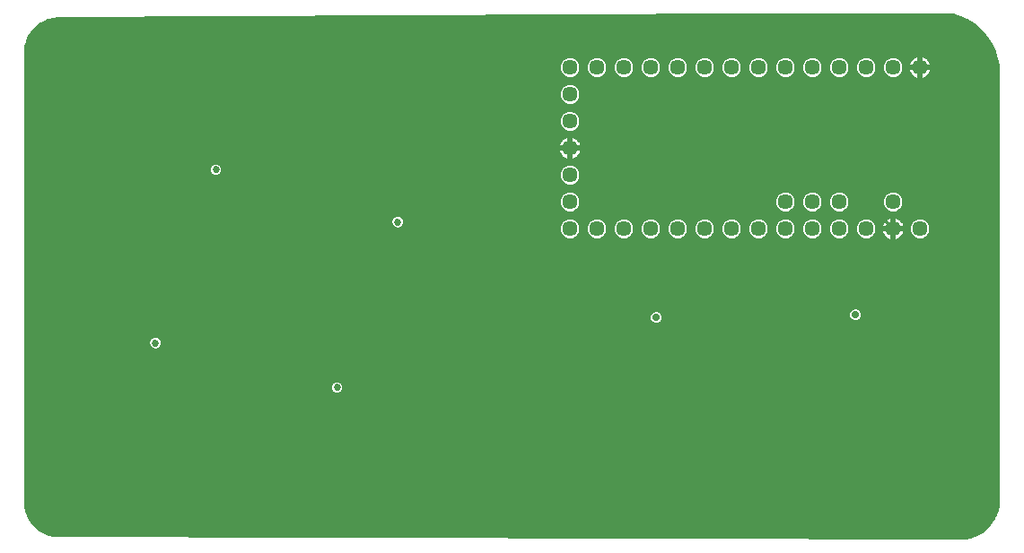
<source format=gbl>
G75*
%MOIN*%
%OFA0B0*%
%FSLAX24Y24*%
%IPPOS*%
%LPD*%
%AMOC8*
5,1,8,0,0,1.08239X$1,22.5*
%
%ADD10C,0.0570*%
%ADD11C,0.0270*%
%ADD12C,0.0280*%
%ADD13C,0.0130*%
D10*
X020630Y014167D03*
X021630Y014167D03*
X022630Y014167D03*
X023630Y014167D03*
X024630Y014167D03*
X025630Y014167D03*
X026630Y014167D03*
X027630Y014167D03*
X028630Y014167D03*
X029630Y014167D03*
X030630Y014167D03*
X031630Y014167D03*
X032630Y014167D03*
X033630Y014167D03*
X032630Y015167D03*
X030630Y015167D03*
X029630Y015167D03*
X028630Y015167D03*
X028630Y020167D03*
X027630Y020167D03*
X026630Y020167D03*
X025630Y020167D03*
X024630Y020167D03*
X023630Y020167D03*
X022630Y020167D03*
X021630Y020167D03*
X020630Y020167D03*
X020630Y019167D03*
X020630Y018167D03*
X020630Y017167D03*
X020630Y016167D03*
X020630Y015167D03*
X029630Y020167D03*
X030630Y020167D03*
X031630Y020167D03*
X032630Y020167D03*
X033630Y020167D03*
D11*
X014230Y014417D03*
X007480Y016367D03*
X005230Y009917D03*
X011980Y008267D03*
D12*
X023830Y010867D03*
X031230Y010967D03*
D13*
X001459Y002779D02*
X001292Y002815D01*
X001132Y002875D01*
X000981Y002957D01*
X000844Y003060D01*
X000723Y003181D01*
X000620Y003318D01*
X000538Y003468D01*
X000479Y003629D01*
X000442Y003796D01*
X000430Y003967D01*
X000430Y020767D01*
X000442Y020937D01*
X000479Y021105D01*
X000538Y021265D01*
X000620Y021415D01*
X000723Y021552D01*
X000844Y021674D01*
X000981Y021776D01*
X001132Y021858D01*
X001292Y021918D01*
X001459Y021954D01*
X001630Y021967D01*
X026973Y022122D01*
X034753Y022122D01*
X034856Y022103D01*
X035110Y022024D01*
X035352Y021915D01*
X035580Y021777D01*
X035789Y021613D01*
X035977Y021426D01*
X036141Y021216D01*
X036278Y020989D01*
X036387Y020747D01*
X036466Y020493D01*
X036514Y020232D01*
X036530Y019967D01*
X036530Y004067D01*
X036518Y003884D01*
X036482Y003704D01*
X036423Y003531D01*
X036342Y003367D01*
X036241Y003214D01*
X036120Y003077D01*
X035982Y002956D01*
X035830Y002854D01*
X035666Y002773D01*
X035492Y002714D01*
X035313Y002679D01*
X035130Y002667D01*
X001630Y002767D01*
X001459Y002779D01*
X001121Y002881D02*
X035870Y002881D01*
X036043Y003009D02*
X000912Y003009D01*
X000766Y003138D02*
X036173Y003138D01*
X036275Y003266D02*
X000659Y003266D01*
X000579Y003395D02*
X036356Y003395D01*
X036420Y003523D02*
X000518Y003523D01*
X000474Y003652D02*
X036464Y003652D01*
X036497Y003780D02*
X000446Y003780D01*
X000434Y003909D02*
X036520Y003909D01*
X036528Y004037D02*
X000430Y004037D01*
X000430Y004166D02*
X036530Y004166D01*
X036530Y004294D02*
X000430Y004294D01*
X000430Y004423D02*
X036530Y004423D01*
X036530Y004551D02*
X000430Y004551D01*
X000430Y004680D02*
X036530Y004680D01*
X036530Y004808D02*
X000430Y004808D01*
X000430Y004937D02*
X036530Y004937D01*
X036530Y005065D02*
X000430Y005065D01*
X000430Y005194D02*
X036530Y005194D01*
X036530Y005322D02*
X000430Y005322D01*
X000430Y005451D02*
X036530Y005451D01*
X036530Y005579D02*
X000430Y005579D01*
X000430Y005708D02*
X036530Y005708D01*
X036530Y005836D02*
X000430Y005836D01*
X000430Y005965D02*
X036530Y005965D01*
X036530Y006093D02*
X000430Y006093D01*
X000430Y006222D02*
X036530Y006222D01*
X036530Y006350D02*
X000430Y006350D01*
X000430Y006479D02*
X036530Y006479D01*
X036530Y006607D02*
X000430Y006607D01*
X000430Y006736D02*
X036530Y006736D01*
X036530Y006864D02*
X000430Y006864D01*
X000430Y006993D02*
X036530Y006993D01*
X036530Y007121D02*
X000430Y007121D01*
X000430Y007250D02*
X036530Y007250D01*
X036530Y007378D02*
X000430Y007378D01*
X000430Y007507D02*
X036530Y007507D01*
X036530Y007635D02*
X000430Y007635D01*
X000430Y007764D02*
X036530Y007764D01*
X036530Y007892D02*
X000430Y007892D01*
X000430Y008021D02*
X011894Y008021D01*
X011928Y008007D02*
X012032Y008007D01*
X012127Y008046D01*
X012200Y008119D01*
X012240Y008215D01*
X012240Y008318D01*
X012200Y008414D01*
X012127Y008487D01*
X012032Y008527D01*
X011928Y008527D01*
X011833Y008487D01*
X011760Y008414D01*
X011720Y008318D01*
X011720Y008215D01*
X011760Y008119D01*
X011833Y008046D01*
X011928Y008007D01*
X012066Y008021D02*
X036530Y008021D01*
X036530Y008149D02*
X012213Y008149D01*
X012240Y008278D02*
X036530Y008278D01*
X036530Y008406D02*
X012204Y008406D01*
X011756Y008406D02*
X000430Y008406D01*
X000430Y008278D02*
X011720Y008278D01*
X011747Y008149D02*
X000430Y008149D01*
X000430Y008535D02*
X036530Y008535D01*
X036530Y008663D02*
X000430Y008663D01*
X000430Y008792D02*
X036530Y008792D01*
X036530Y008920D02*
X000430Y008920D01*
X000430Y009049D02*
X036530Y009049D01*
X036530Y009177D02*
X000430Y009177D01*
X000430Y009306D02*
X036530Y009306D01*
X036530Y009434D02*
X000430Y009434D01*
X000430Y009563D02*
X036530Y009563D01*
X036530Y009691D02*
X005365Y009691D01*
X005377Y009696D02*
X005450Y009769D01*
X005490Y009865D01*
X005490Y009968D01*
X005450Y010064D01*
X005377Y010137D01*
X005282Y010177D01*
X005178Y010177D01*
X005083Y010137D01*
X005010Y010064D01*
X004970Y009968D01*
X004970Y009865D01*
X005010Y009769D01*
X005083Y009696D01*
X005178Y009657D01*
X005282Y009657D01*
X005377Y009696D01*
X005471Y009820D02*
X036530Y009820D01*
X036530Y009948D02*
X005490Y009948D01*
X005438Y010077D02*
X036530Y010077D01*
X036530Y010205D02*
X000430Y010205D01*
X000430Y010077D02*
X005022Y010077D01*
X004970Y009948D02*
X000430Y009948D01*
X000430Y009820D02*
X004989Y009820D01*
X005095Y009691D02*
X000430Y009691D01*
X000430Y010334D02*
X036530Y010334D01*
X036530Y010462D02*
X000430Y010462D01*
X000430Y010591D02*
X036530Y010591D01*
X036530Y010719D02*
X031325Y010719D01*
X031283Y010702D02*
X031380Y010742D01*
X031455Y010817D01*
X031495Y010914D01*
X031495Y011019D01*
X031455Y011117D01*
X031380Y011191D01*
X031283Y011232D01*
X031177Y011232D01*
X031080Y011191D01*
X031005Y011117D01*
X030965Y011019D01*
X030965Y010914D01*
X031005Y010817D01*
X031080Y010742D01*
X031177Y010702D01*
X031283Y010702D01*
X031135Y010719D02*
X024056Y010719D01*
X024055Y010717D02*
X024095Y010814D01*
X024095Y010919D01*
X024055Y011017D01*
X023980Y011091D01*
X023883Y011132D01*
X023777Y011132D01*
X023680Y011091D01*
X023605Y011017D01*
X023565Y010919D01*
X023565Y010814D01*
X023605Y010717D01*
X023680Y010642D01*
X023777Y010602D01*
X023883Y010602D01*
X023980Y010642D01*
X024055Y010717D01*
X024095Y010848D02*
X030992Y010848D01*
X030965Y010976D02*
X024071Y010976D01*
X023948Y011105D02*
X031000Y011105D01*
X031460Y011105D02*
X036530Y011105D01*
X036530Y011233D02*
X000430Y011233D01*
X000430Y011105D02*
X023712Y011105D01*
X023589Y010976D02*
X000430Y010976D01*
X000430Y010848D02*
X023565Y010848D01*
X023604Y010719D02*
X000430Y010719D01*
X000430Y011362D02*
X036530Y011362D01*
X036530Y011490D02*
X000430Y011490D01*
X000430Y011619D02*
X036530Y011619D01*
X036530Y011747D02*
X000430Y011747D01*
X000430Y011876D02*
X036530Y011876D01*
X036530Y012004D02*
X000430Y012004D01*
X000430Y012133D02*
X036530Y012133D01*
X036530Y012261D02*
X000430Y012261D01*
X000430Y012390D02*
X036530Y012390D01*
X036530Y012518D02*
X000430Y012518D01*
X000430Y012647D02*
X036530Y012647D01*
X036530Y012775D02*
X000430Y012775D01*
X000430Y012904D02*
X036530Y012904D01*
X036530Y013032D02*
X000430Y013032D01*
X000430Y013161D02*
X036530Y013161D01*
X036530Y013289D02*
X000430Y013289D01*
X000430Y013418D02*
X036530Y013418D01*
X036530Y013546D02*
X000430Y013546D01*
X000430Y013675D02*
X036530Y013675D01*
X036530Y013803D02*
X033824Y013803D01*
X033862Y013819D02*
X033978Y013934D01*
X034040Y014085D01*
X034040Y014248D01*
X033978Y014399D01*
X033862Y014514D01*
X033712Y014577D01*
X033548Y014577D01*
X033398Y014514D01*
X033282Y014399D01*
X033220Y014248D01*
X033220Y014085D01*
X033282Y013934D01*
X033398Y013819D01*
X033548Y013757D01*
X033712Y013757D01*
X033862Y013819D01*
X033975Y013932D02*
X036530Y013932D01*
X036530Y014060D02*
X034030Y014060D01*
X034040Y014189D02*
X036530Y014189D01*
X036530Y014317D02*
X034011Y014317D01*
X033931Y014446D02*
X036530Y014446D01*
X036530Y014574D02*
X033718Y014574D01*
X033542Y014574D02*
X032821Y014574D01*
X032803Y014584D02*
X032735Y014606D01*
X032665Y014617D01*
X032660Y014617D01*
X032660Y014197D01*
X032600Y014197D01*
X032600Y014617D01*
X032595Y014617D01*
X032525Y014606D01*
X032457Y014584D01*
X032394Y014552D01*
X032337Y014510D01*
X032287Y014460D01*
X032245Y014403D01*
X032213Y014339D01*
X032191Y014272D01*
X032180Y014202D01*
X032180Y014197D01*
X032600Y014197D01*
X032600Y014137D01*
X032180Y014137D01*
X032180Y014131D01*
X032191Y014061D01*
X032213Y013994D01*
X032245Y013931D01*
X032287Y013874D01*
X032337Y013823D01*
X032394Y013782D01*
X032457Y013750D01*
X032525Y013728D01*
X032595Y013717D01*
X032600Y013717D01*
X032600Y014137D01*
X032660Y014137D01*
X032660Y014197D01*
X033080Y014197D01*
X033080Y014202D01*
X033069Y014272D01*
X033047Y014339D01*
X033015Y014403D01*
X032973Y014460D01*
X032923Y014510D01*
X032866Y014552D01*
X032803Y014584D01*
X032660Y014574D02*
X032600Y014574D01*
X032600Y014446D02*
X032660Y014446D01*
X032660Y014317D02*
X032600Y014317D01*
X032600Y014189D02*
X032040Y014189D01*
X032040Y014248D02*
X031978Y014399D01*
X031862Y014514D01*
X031712Y014577D01*
X031548Y014577D01*
X031398Y014514D01*
X031282Y014399D01*
X031220Y014248D01*
X031220Y014085D01*
X031282Y013934D01*
X031398Y013819D01*
X031548Y013757D01*
X031712Y013757D01*
X031862Y013819D01*
X031978Y013934D01*
X032040Y014085D01*
X032040Y014248D01*
X032011Y014317D02*
X032206Y014317D01*
X032276Y014446D02*
X031931Y014446D01*
X031718Y014574D02*
X032439Y014574D01*
X032548Y014757D02*
X032398Y014819D01*
X032282Y014934D01*
X032220Y015085D01*
X032220Y015248D01*
X032282Y015399D01*
X032398Y015514D01*
X032548Y015577D01*
X032712Y015577D01*
X032862Y015514D01*
X032978Y015399D01*
X033040Y015248D01*
X033040Y015085D01*
X032978Y014934D01*
X032862Y014819D01*
X032712Y014757D01*
X032548Y014757D01*
X032386Y014831D02*
X030874Y014831D01*
X030862Y014819D02*
X030978Y014934D01*
X031040Y015085D01*
X031040Y015248D01*
X030978Y015399D01*
X030862Y015514D01*
X030712Y015577D01*
X030548Y015577D01*
X030398Y015514D01*
X030282Y015399D01*
X030220Y015248D01*
X030220Y015085D01*
X030282Y014934D01*
X030398Y014819D01*
X030548Y014757D01*
X030712Y014757D01*
X030862Y014819D01*
X030988Y014960D02*
X032272Y014960D01*
X032220Y015088D02*
X031040Y015088D01*
X031040Y015217D02*
X032220Y015217D01*
X032260Y015345D02*
X031000Y015345D01*
X030903Y015474D02*
X032357Y015474D01*
X032903Y015474D02*
X036530Y015474D01*
X036530Y015602D02*
X000430Y015602D01*
X000430Y015474D02*
X020357Y015474D01*
X020398Y015514D02*
X020282Y015399D01*
X020220Y015248D01*
X020220Y015085D01*
X020282Y014934D01*
X020398Y014819D01*
X020548Y014757D01*
X020712Y014757D01*
X020862Y014819D01*
X020978Y014934D01*
X021040Y015085D01*
X021040Y015248D01*
X020978Y015399D01*
X020862Y015514D01*
X020712Y015577D01*
X020548Y015577D01*
X020398Y015514D01*
X020260Y015345D02*
X000430Y015345D01*
X000430Y015217D02*
X020220Y015217D01*
X020220Y015088D02*
X000430Y015088D01*
X000430Y014960D02*
X020272Y014960D01*
X020386Y014831D02*
X000430Y014831D01*
X000430Y014703D02*
X036530Y014703D01*
X036530Y014831D02*
X032874Y014831D01*
X032988Y014960D02*
X036530Y014960D01*
X036530Y015088D02*
X033040Y015088D01*
X033040Y015217D02*
X036530Y015217D01*
X036530Y015345D02*
X033000Y015345D01*
X032984Y014446D02*
X033329Y014446D01*
X033249Y014317D02*
X033054Y014317D01*
X033080Y014137D02*
X032660Y014137D01*
X032660Y013717D01*
X032665Y013717D01*
X032735Y013728D01*
X032803Y013750D01*
X032866Y013782D01*
X032923Y013823D01*
X032973Y013874D01*
X033015Y013931D01*
X033047Y013994D01*
X033069Y014061D01*
X033080Y014131D01*
X033080Y014137D01*
X033069Y014060D02*
X033230Y014060D01*
X033220Y014189D02*
X032660Y014189D01*
X032630Y014167D02*
X030830Y015967D01*
X033630Y018767D01*
X033630Y020167D01*
X033660Y020197D02*
X033600Y020197D01*
X033600Y020617D01*
X033595Y020617D01*
X033525Y020606D01*
X033457Y020584D01*
X033394Y020552D01*
X033337Y020510D01*
X033287Y020460D01*
X033245Y020403D01*
X033213Y020339D01*
X033191Y020272D01*
X033180Y020202D01*
X033180Y020197D01*
X033600Y020197D01*
X033600Y020137D01*
X033180Y020137D01*
X033180Y020131D01*
X033191Y020061D01*
X033213Y019994D01*
X033245Y019931D01*
X033287Y019874D01*
X033337Y019823D01*
X033394Y019782D01*
X033457Y019750D01*
X033525Y019728D01*
X033595Y019717D01*
X033600Y019717D01*
X033600Y020137D01*
X033660Y020137D01*
X033660Y020197D01*
X033660Y020617D01*
X033665Y020617D01*
X033735Y020606D01*
X033803Y020584D01*
X033866Y020552D01*
X033923Y020510D01*
X033973Y020460D01*
X034015Y020403D01*
X034047Y020339D01*
X034069Y020272D01*
X034080Y020202D01*
X034080Y020197D01*
X033660Y020197D01*
X033660Y020228D02*
X033600Y020228D01*
X033660Y020137D02*
X034080Y020137D01*
X034080Y020131D01*
X034069Y020061D01*
X034047Y019994D01*
X034015Y019931D01*
X033973Y019874D01*
X033923Y019823D01*
X033866Y019782D01*
X033803Y019750D01*
X033735Y019728D01*
X033665Y019717D01*
X033660Y019717D01*
X033660Y020137D01*
X033660Y020100D02*
X033600Y020100D01*
X033600Y019971D02*
X033660Y019971D01*
X033660Y019843D02*
X033600Y019843D01*
X033318Y019843D02*
X032886Y019843D01*
X032862Y019819D02*
X032978Y019934D01*
X033040Y020085D01*
X033040Y020248D01*
X032978Y020399D01*
X032862Y020514D01*
X032712Y020577D01*
X032548Y020577D01*
X032398Y020514D01*
X032282Y020399D01*
X032220Y020248D01*
X032220Y020085D01*
X032282Y019934D01*
X032398Y019819D01*
X032548Y019757D01*
X032712Y019757D01*
X032862Y019819D01*
X032993Y019971D02*
X033225Y019971D01*
X033185Y020100D02*
X033040Y020100D01*
X033040Y020228D02*
X033184Y020228D01*
X033222Y020357D02*
X032995Y020357D01*
X032891Y020485D02*
X033312Y020485D01*
X033600Y020485D02*
X033660Y020485D01*
X033660Y020357D02*
X033600Y020357D01*
X033600Y020614D02*
X033660Y020614D01*
X033684Y020614D02*
X036429Y020614D01*
X036468Y020485D02*
X033948Y020485D01*
X034038Y020357D02*
X036491Y020357D01*
X036514Y020228D02*
X034076Y020228D01*
X034075Y020100D02*
X036522Y020100D01*
X036530Y019971D02*
X034035Y019971D01*
X033942Y019843D02*
X036530Y019843D01*
X036530Y019714D02*
X000430Y019714D01*
X000430Y019586D02*
X036530Y019586D01*
X036530Y019457D02*
X020919Y019457D01*
X020862Y019514D02*
X020978Y019399D01*
X021040Y019248D01*
X021040Y019085D01*
X020978Y018934D01*
X020862Y018819D01*
X020712Y018757D01*
X020548Y018757D01*
X020398Y018819D01*
X020282Y018934D01*
X020220Y019085D01*
X020220Y019248D01*
X020282Y019399D01*
X020398Y019514D01*
X020548Y019577D01*
X020712Y019577D01*
X020862Y019514D01*
X021007Y019329D02*
X036530Y019329D01*
X036530Y019200D02*
X021040Y019200D01*
X021034Y019072D02*
X036530Y019072D01*
X036530Y018943D02*
X020981Y018943D01*
X020852Y018815D02*
X036530Y018815D01*
X036530Y018686D02*
X000430Y018686D01*
X000430Y018558D02*
X020503Y018558D01*
X020548Y018577D02*
X020398Y018514D01*
X020282Y018399D01*
X020220Y018248D01*
X020220Y018085D01*
X020282Y017934D01*
X020398Y017819D01*
X020548Y017757D01*
X020712Y017757D01*
X020862Y017819D01*
X020978Y017934D01*
X021040Y018085D01*
X021040Y018248D01*
X020978Y018399D01*
X020862Y018514D01*
X020712Y018577D01*
X020548Y018577D01*
X020757Y018558D02*
X036530Y018558D01*
X036530Y018429D02*
X020947Y018429D01*
X021018Y018301D02*
X036530Y018301D01*
X036530Y018172D02*
X021040Y018172D01*
X021023Y018044D02*
X036530Y018044D01*
X036530Y017915D02*
X020958Y017915D01*
X020784Y017787D02*
X036530Y017787D01*
X036530Y017658D02*
X000430Y017658D01*
X000430Y017530D02*
X020364Y017530D01*
X020337Y017510D02*
X020287Y017460D01*
X020245Y017403D01*
X020213Y017339D01*
X020191Y017272D01*
X020180Y017202D01*
X020180Y017197D01*
X020600Y017197D01*
X020600Y017617D01*
X020595Y017617D01*
X020525Y017606D01*
X020457Y017584D01*
X020394Y017552D01*
X020337Y017510D01*
X020244Y017401D02*
X000430Y017401D01*
X000430Y017273D02*
X020191Y017273D01*
X020180Y017137D02*
X020180Y017131D01*
X020191Y017061D01*
X020213Y016994D01*
X020245Y016931D01*
X020287Y016874D01*
X020337Y016823D01*
X020394Y016782D01*
X020457Y016750D01*
X020525Y016728D01*
X020595Y016717D01*
X020600Y016717D01*
X020600Y017137D01*
X020180Y017137D01*
X020206Y017016D02*
X000430Y017016D01*
X000430Y017144D02*
X020600Y017144D01*
X020600Y017137D02*
X020600Y017197D01*
X020660Y017197D01*
X020660Y017617D01*
X020665Y017617D01*
X020735Y017606D01*
X020803Y017584D01*
X020866Y017552D01*
X020923Y017510D01*
X020973Y017460D01*
X021015Y017403D01*
X021047Y017339D01*
X021069Y017272D01*
X021080Y017202D01*
X021080Y017197D01*
X020660Y017197D01*
X020660Y017137D01*
X021080Y017137D01*
X021080Y017131D01*
X021069Y017061D01*
X021047Y016994D01*
X021015Y016931D01*
X020973Y016874D01*
X020923Y016823D01*
X020866Y016782D01*
X020803Y016750D01*
X020735Y016728D01*
X020665Y016717D01*
X020660Y016717D01*
X020660Y017137D01*
X020600Y017137D01*
X020630Y017167D02*
X029630Y017167D01*
X030830Y015967D01*
X030357Y015474D02*
X029903Y015474D01*
X029862Y015514D02*
X029712Y015577D01*
X029548Y015577D01*
X029398Y015514D01*
X029282Y015399D01*
X029220Y015248D01*
X029220Y015085D01*
X029282Y014934D01*
X029398Y014819D01*
X029548Y014757D01*
X029712Y014757D01*
X029862Y014819D01*
X029978Y014934D01*
X030040Y015085D01*
X030040Y015248D01*
X029978Y015399D01*
X029862Y015514D01*
X030000Y015345D02*
X030260Y015345D01*
X030220Y015217D02*
X030040Y015217D01*
X030040Y015088D02*
X030220Y015088D01*
X030272Y014960D02*
X029988Y014960D01*
X029874Y014831D02*
X030386Y014831D01*
X030542Y014574D02*
X029718Y014574D01*
X029712Y014577D02*
X029548Y014577D01*
X029398Y014514D01*
X029282Y014399D01*
X029220Y014248D01*
X029220Y014085D01*
X029282Y013934D01*
X029398Y013819D01*
X029548Y013757D01*
X029712Y013757D01*
X029862Y013819D01*
X029978Y013934D01*
X030040Y014085D01*
X030040Y014248D01*
X029978Y014399D01*
X029862Y014514D01*
X029712Y014577D01*
X029542Y014574D02*
X028718Y014574D01*
X028712Y014577D02*
X028548Y014577D01*
X028398Y014514D01*
X028282Y014399D01*
X028220Y014248D01*
X028220Y014085D01*
X028282Y013934D01*
X028398Y013819D01*
X028548Y013757D01*
X028712Y013757D01*
X028862Y013819D01*
X028978Y013934D01*
X029040Y014085D01*
X029040Y014248D01*
X028978Y014399D01*
X028862Y014514D01*
X028712Y014577D01*
X028542Y014574D02*
X027718Y014574D01*
X027712Y014577D02*
X027548Y014577D01*
X027398Y014514D01*
X027282Y014399D01*
X027220Y014248D01*
X027220Y014085D01*
X027282Y013934D01*
X027398Y013819D01*
X027548Y013757D01*
X027712Y013757D01*
X027862Y013819D01*
X027978Y013934D01*
X028040Y014085D01*
X028040Y014248D01*
X027978Y014399D01*
X027862Y014514D01*
X027712Y014577D01*
X027542Y014574D02*
X026718Y014574D01*
X026712Y014577D02*
X026548Y014577D01*
X026398Y014514D01*
X026282Y014399D01*
X026220Y014248D01*
X026220Y014085D01*
X026282Y013934D01*
X026398Y013819D01*
X026548Y013757D01*
X026712Y013757D01*
X026862Y013819D01*
X026978Y013934D01*
X027040Y014085D01*
X027040Y014248D01*
X026978Y014399D01*
X026862Y014514D01*
X026712Y014577D01*
X026542Y014574D02*
X025718Y014574D01*
X025712Y014577D02*
X025548Y014577D01*
X025398Y014514D01*
X025282Y014399D01*
X025220Y014248D01*
X025220Y014085D01*
X025282Y013934D01*
X025398Y013819D01*
X025548Y013757D01*
X025712Y013757D01*
X025862Y013819D01*
X025978Y013934D01*
X026040Y014085D01*
X026040Y014248D01*
X025978Y014399D01*
X025862Y014514D01*
X025712Y014577D01*
X025542Y014574D02*
X024718Y014574D01*
X024712Y014577D02*
X024548Y014577D01*
X024398Y014514D01*
X024282Y014399D01*
X024220Y014248D01*
X024220Y014085D01*
X024282Y013934D01*
X024398Y013819D01*
X024548Y013757D01*
X024712Y013757D01*
X024862Y013819D01*
X024978Y013934D01*
X025040Y014085D01*
X025040Y014248D01*
X024978Y014399D01*
X024862Y014514D01*
X024712Y014577D01*
X024542Y014574D02*
X023718Y014574D01*
X023712Y014577D02*
X023548Y014577D01*
X023398Y014514D01*
X023282Y014399D01*
X023220Y014248D01*
X023220Y014085D01*
X023282Y013934D01*
X023398Y013819D01*
X023548Y013757D01*
X023712Y013757D01*
X023862Y013819D01*
X023978Y013934D01*
X024040Y014085D01*
X024040Y014248D01*
X023978Y014399D01*
X023862Y014514D01*
X023712Y014577D01*
X023542Y014574D02*
X022718Y014574D01*
X022712Y014577D02*
X022548Y014577D01*
X022398Y014514D01*
X022282Y014399D01*
X022220Y014248D01*
X022220Y014085D01*
X022282Y013934D01*
X022398Y013819D01*
X022548Y013757D01*
X022712Y013757D01*
X022862Y013819D01*
X022978Y013934D01*
X023040Y014085D01*
X023040Y014248D01*
X022978Y014399D01*
X022862Y014514D01*
X022712Y014577D01*
X022542Y014574D02*
X021718Y014574D01*
X021712Y014577D02*
X021548Y014577D01*
X021398Y014514D01*
X021282Y014399D01*
X021220Y014248D01*
X021220Y014085D01*
X021282Y013934D01*
X021398Y013819D01*
X021548Y013757D01*
X021712Y013757D01*
X021862Y013819D01*
X021978Y013934D01*
X022040Y014085D01*
X022040Y014248D01*
X021978Y014399D01*
X021862Y014514D01*
X021712Y014577D01*
X021542Y014574D02*
X020718Y014574D01*
X020712Y014577D02*
X020548Y014577D01*
X020398Y014514D01*
X020282Y014399D01*
X020220Y014248D01*
X020220Y014085D01*
X020282Y013934D01*
X020398Y013819D01*
X020548Y013757D01*
X020712Y013757D01*
X020862Y013819D01*
X020978Y013934D01*
X021040Y014085D01*
X021040Y014248D01*
X020978Y014399D01*
X020862Y014514D01*
X020712Y014577D01*
X020542Y014574D02*
X014440Y014574D01*
X014450Y014564D02*
X014377Y014637D01*
X014282Y014677D01*
X014178Y014677D01*
X014083Y014637D01*
X014010Y014564D01*
X013970Y014468D01*
X013970Y014365D01*
X014010Y014269D01*
X014083Y014196D01*
X014178Y014157D01*
X014282Y014157D01*
X014377Y014196D01*
X014450Y014269D01*
X014490Y014365D01*
X014490Y014468D01*
X014450Y014564D01*
X014490Y014446D02*
X020329Y014446D01*
X020249Y014317D02*
X014470Y014317D01*
X014359Y014189D02*
X020220Y014189D01*
X020230Y014060D02*
X000430Y014060D01*
X000430Y013932D02*
X020285Y013932D01*
X020436Y013803D02*
X000430Y013803D01*
X000430Y014189D02*
X014101Y014189D01*
X013990Y014317D02*
X000430Y014317D01*
X000430Y014446D02*
X013970Y014446D01*
X014020Y014574D02*
X000430Y014574D01*
X000430Y015731D02*
X036530Y015731D01*
X036530Y015859D02*
X020902Y015859D01*
X020862Y015819D02*
X020978Y015934D01*
X021040Y016085D01*
X021040Y016248D01*
X020978Y016399D01*
X020862Y016514D01*
X020712Y016577D01*
X020548Y016577D01*
X020398Y016514D01*
X020282Y016399D01*
X020220Y016248D01*
X020220Y016085D01*
X020282Y015934D01*
X020398Y015819D01*
X020548Y015757D01*
X020712Y015757D01*
X020862Y015819D01*
X021000Y015988D02*
X036530Y015988D01*
X036530Y016116D02*
X021040Y016116D01*
X021040Y016245D02*
X036530Y016245D01*
X036530Y016373D02*
X020988Y016373D01*
X020875Y016502D02*
X036530Y016502D01*
X036530Y016630D02*
X000430Y016630D01*
X000430Y016502D02*
X007255Y016502D01*
X007260Y016514D02*
X007220Y016418D01*
X007220Y016315D01*
X007260Y016219D01*
X007333Y016146D01*
X007428Y016107D01*
X007532Y016107D01*
X007627Y016146D01*
X007700Y016219D01*
X007740Y016315D01*
X007740Y016418D01*
X007700Y016514D01*
X007627Y016587D01*
X007532Y016627D01*
X007428Y016627D01*
X007333Y016587D01*
X007260Y016514D01*
X007220Y016373D02*
X000430Y016373D01*
X000430Y016245D02*
X007249Y016245D01*
X007405Y016116D02*
X000430Y016116D01*
X000430Y015988D02*
X020260Y015988D01*
X020220Y016116D02*
X007555Y016116D01*
X007711Y016245D02*
X020220Y016245D01*
X020272Y016373D02*
X007740Y016373D01*
X007705Y016502D02*
X020385Y016502D01*
X020439Y016759D02*
X000430Y016759D01*
X000430Y016887D02*
X020277Y016887D01*
X020600Y016887D02*
X020660Y016887D01*
X020660Y016759D02*
X020600Y016759D01*
X020821Y016759D02*
X036530Y016759D01*
X036530Y016887D02*
X020983Y016887D01*
X021054Y017016D02*
X036530Y017016D01*
X036530Y017144D02*
X020660Y017144D01*
X020660Y017016D02*
X020600Y017016D01*
X020600Y017273D02*
X020660Y017273D01*
X020660Y017401D02*
X020600Y017401D01*
X020600Y017530D02*
X020660Y017530D01*
X020896Y017530D02*
X036530Y017530D01*
X036530Y017401D02*
X021016Y017401D01*
X021069Y017273D02*
X036530Y017273D01*
X032374Y019843D02*
X031886Y019843D01*
X031862Y019819D02*
X031978Y019934D01*
X032040Y020085D01*
X032040Y020248D01*
X031978Y020399D01*
X031862Y020514D01*
X031712Y020577D01*
X031548Y020577D01*
X031398Y020514D01*
X031282Y020399D01*
X031220Y020248D01*
X031220Y020085D01*
X031282Y019934D01*
X031398Y019819D01*
X031548Y019757D01*
X031712Y019757D01*
X031862Y019819D01*
X031993Y019971D02*
X032267Y019971D01*
X032220Y020100D02*
X032040Y020100D01*
X032040Y020228D02*
X032220Y020228D01*
X032265Y020357D02*
X031995Y020357D01*
X031891Y020485D02*
X032369Y020485D01*
X031369Y020485D02*
X030891Y020485D01*
X030862Y020514D02*
X030712Y020577D01*
X030548Y020577D01*
X030398Y020514D01*
X030282Y020399D01*
X030220Y020248D01*
X030220Y020085D01*
X030282Y019934D01*
X030398Y019819D01*
X030548Y019757D01*
X030712Y019757D01*
X030862Y019819D01*
X030978Y019934D01*
X031040Y020085D01*
X031040Y020248D01*
X030978Y020399D01*
X030862Y020514D01*
X030995Y020357D02*
X031265Y020357D01*
X031220Y020228D02*
X031040Y020228D01*
X031040Y020100D02*
X031220Y020100D01*
X031267Y019971D02*
X030993Y019971D01*
X030886Y019843D02*
X031374Y019843D01*
X030374Y019843D02*
X029886Y019843D01*
X029862Y019819D02*
X029978Y019934D01*
X030040Y020085D01*
X030040Y020248D01*
X029978Y020399D01*
X029862Y020514D01*
X029712Y020577D01*
X029548Y020577D01*
X029398Y020514D01*
X029282Y020399D01*
X029220Y020248D01*
X029220Y020085D01*
X029282Y019934D01*
X029398Y019819D01*
X029548Y019757D01*
X029712Y019757D01*
X029862Y019819D01*
X029993Y019971D02*
X030267Y019971D01*
X030220Y020100D02*
X030040Y020100D01*
X030040Y020228D02*
X030220Y020228D01*
X030265Y020357D02*
X029995Y020357D01*
X029891Y020485D02*
X030369Y020485D01*
X029369Y020485D02*
X028891Y020485D01*
X028862Y020514D02*
X028712Y020577D01*
X028548Y020577D01*
X028398Y020514D01*
X028282Y020399D01*
X028220Y020248D01*
X028220Y020085D01*
X028282Y019934D01*
X028398Y019819D01*
X028548Y019757D01*
X028712Y019757D01*
X028862Y019819D01*
X028978Y019934D01*
X029040Y020085D01*
X029040Y020248D01*
X028978Y020399D01*
X028862Y020514D01*
X028995Y020357D02*
X029265Y020357D01*
X029220Y020228D02*
X029040Y020228D01*
X029040Y020100D02*
X029220Y020100D01*
X029267Y019971D02*
X028993Y019971D01*
X028886Y019843D02*
X029374Y019843D01*
X028374Y019843D02*
X027886Y019843D01*
X027862Y019819D02*
X027978Y019934D01*
X028040Y020085D01*
X028040Y020248D01*
X027978Y020399D01*
X027862Y020514D01*
X027712Y020577D01*
X027548Y020577D01*
X027398Y020514D01*
X027282Y020399D01*
X027220Y020248D01*
X027220Y020085D01*
X027282Y019934D01*
X027398Y019819D01*
X027548Y019757D01*
X027712Y019757D01*
X027862Y019819D01*
X027993Y019971D02*
X028267Y019971D01*
X028220Y020100D02*
X028040Y020100D01*
X028040Y020228D02*
X028220Y020228D01*
X028265Y020357D02*
X027995Y020357D01*
X027891Y020485D02*
X028369Y020485D01*
X027369Y020485D02*
X026891Y020485D01*
X026862Y020514D02*
X026712Y020577D01*
X026548Y020577D01*
X026398Y020514D01*
X026282Y020399D01*
X026220Y020248D01*
X026220Y020085D01*
X026282Y019934D01*
X026398Y019819D01*
X026548Y019757D01*
X026712Y019757D01*
X026862Y019819D01*
X026978Y019934D01*
X027040Y020085D01*
X027040Y020248D01*
X026978Y020399D01*
X026862Y020514D01*
X026995Y020357D02*
X027265Y020357D01*
X027220Y020228D02*
X027040Y020228D01*
X027040Y020100D02*
X027220Y020100D01*
X027267Y019971D02*
X026993Y019971D01*
X026886Y019843D02*
X027374Y019843D01*
X026374Y019843D02*
X025886Y019843D01*
X025862Y019819D02*
X025978Y019934D01*
X026040Y020085D01*
X026040Y020248D01*
X025978Y020399D01*
X025862Y020514D01*
X025712Y020577D01*
X025548Y020577D01*
X025398Y020514D01*
X025282Y020399D01*
X025220Y020248D01*
X025220Y020085D01*
X025282Y019934D01*
X025398Y019819D01*
X025548Y019757D01*
X025712Y019757D01*
X025862Y019819D01*
X025993Y019971D02*
X026267Y019971D01*
X026220Y020100D02*
X026040Y020100D01*
X026040Y020228D02*
X026220Y020228D01*
X026265Y020357D02*
X025995Y020357D01*
X025891Y020485D02*
X026369Y020485D01*
X025369Y020485D02*
X024891Y020485D01*
X024862Y020514D02*
X024712Y020577D01*
X024548Y020577D01*
X024398Y020514D01*
X024282Y020399D01*
X024220Y020248D01*
X024220Y020085D01*
X024282Y019934D01*
X024398Y019819D01*
X024548Y019757D01*
X024712Y019757D01*
X024862Y019819D01*
X024978Y019934D01*
X025040Y020085D01*
X025040Y020248D01*
X024978Y020399D01*
X024862Y020514D01*
X024995Y020357D02*
X025265Y020357D01*
X025220Y020228D02*
X025040Y020228D01*
X025040Y020100D02*
X025220Y020100D01*
X025267Y019971D02*
X024993Y019971D01*
X024886Y019843D02*
X025374Y019843D01*
X024374Y019843D02*
X023886Y019843D01*
X023862Y019819D02*
X023978Y019934D01*
X024040Y020085D01*
X024040Y020248D01*
X023978Y020399D01*
X023862Y020514D01*
X023712Y020577D01*
X023548Y020577D01*
X023398Y020514D01*
X023282Y020399D01*
X023220Y020248D01*
X023220Y020085D01*
X023282Y019934D01*
X023398Y019819D01*
X023548Y019757D01*
X023712Y019757D01*
X023862Y019819D01*
X023993Y019971D02*
X024267Y019971D01*
X024220Y020100D02*
X024040Y020100D01*
X024040Y020228D02*
X024220Y020228D01*
X024265Y020357D02*
X023995Y020357D01*
X023891Y020485D02*
X024369Y020485D01*
X023369Y020485D02*
X022891Y020485D01*
X022862Y020514D02*
X022712Y020577D01*
X022548Y020577D01*
X022398Y020514D01*
X022282Y020399D01*
X022220Y020248D01*
X022220Y020085D01*
X022282Y019934D01*
X022398Y019819D01*
X022548Y019757D01*
X022712Y019757D01*
X022862Y019819D01*
X022978Y019934D01*
X023040Y020085D01*
X023040Y020248D01*
X022978Y020399D01*
X022862Y020514D01*
X022995Y020357D02*
X023265Y020357D01*
X023220Y020228D02*
X023040Y020228D01*
X023040Y020100D02*
X023220Y020100D01*
X023267Y019971D02*
X022993Y019971D01*
X022886Y019843D02*
X023374Y019843D01*
X022374Y019843D02*
X021886Y019843D01*
X021862Y019819D02*
X021978Y019934D01*
X022040Y020085D01*
X022040Y020248D01*
X021978Y020399D01*
X021862Y020514D01*
X021712Y020577D01*
X021548Y020577D01*
X021398Y020514D01*
X021282Y020399D01*
X021220Y020248D01*
X021220Y020085D01*
X021282Y019934D01*
X021398Y019819D01*
X021548Y019757D01*
X021712Y019757D01*
X021862Y019819D01*
X021993Y019971D02*
X022267Y019971D01*
X022220Y020100D02*
X022040Y020100D01*
X022040Y020228D02*
X022220Y020228D01*
X022265Y020357D02*
X021995Y020357D01*
X021891Y020485D02*
X022369Y020485D01*
X021369Y020485D02*
X020891Y020485D01*
X020862Y020514D02*
X020712Y020577D01*
X020548Y020577D01*
X020398Y020514D01*
X020282Y020399D01*
X020220Y020248D01*
X020220Y020085D01*
X020282Y019934D01*
X020398Y019819D01*
X020548Y019757D01*
X020712Y019757D01*
X020862Y019819D01*
X020978Y019934D01*
X021040Y020085D01*
X021040Y020248D01*
X020978Y020399D01*
X020862Y020514D01*
X020995Y020357D02*
X021265Y020357D01*
X021220Y020228D02*
X021040Y020228D01*
X021040Y020100D02*
X021220Y020100D01*
X021267Y019971D02*
X020993Y019971D01*
X020886Y019843D02*
X021374Y019843D01*
X020374Y019843D02*
X000430Y019843D01*
X000430Y019971D02*
X020267Y019971D01*
X020220Y020100D02*
X000430Y020100D01*
X000430Y020228D02*
X020220Y020228D01*
X020265Y020357D02*
X000430Y020357D01*
X000430Y020485D02*
X020369Y020485D01*
X020341Y019457D02*
X000430Y019457D01*
X000430Y019329D02*
X020253Y019329D01*
X020220Y019200D02*
X000430Y019200D01*
X000430Y019072D02*
X020226Y019072D01*
X020279Y018943D02*
X000430Y018943D01*
X000430Y018815D02*
X020408Y018815D01*
X020313Y018429D02*
X000430Y018429D01*
X000430Y018301D02*
X020242Y018301D01*
X020220Y018172D02*
X000430Y018172D01*
X000430Y018044D02*
X020237Y018044D01*
X020302Y017915D02*
X000430Y017915D01*
X000430Y017787D02*
X020476Y017787D01*
X020358Y015859D02*
X000430Y015859D01*
X000430Y020614D02*
X033576Y020614D01*
X035379Y021899D02*
X001240Y021899D01*
X000973Y021770D02*
X035589Y021770D01*
X035753Y021642D02*
X000812Y021642D01*
X000694Y021513D02*
X035889Y021513D01*
X036009Y021385D02*
X000604Y021385D01*
X000535Y021256D02*
X036109Y021256D01*
X036194Y021128D02*
X000487Y021128D01*
X000456Y020999D02*
X036272Y020999D01*
X036331Y020871D02*
X000437Y020871D01*
X000430Y020742D02*
X036388Y020742D01*
X035099Y022027D02*
X011528Y022027D01*
X020903Y015474D02*
X028357Y015474D01*
X028398Y015514D02*
X028282Y015399D01*
X028220Y015248D01*
X028220Y015085D01*
X028282Y014934D01*
X028398Y014819D01*
X028548Y014757D01*
X028712Y014757D01*
X028862Y014819D01*
X028978Y014934D01*
X029040Y015085D01*
X029040Y015248D01*
X028978Y015399D01*
X028862Y015514D01*
X028712Y015577D01*
X028548Y015577D01*
X028398Y015514D01*
X028260Y015345D02*
X021000Y015345D01*
X021040Y015217D02*
X028220Y015217D01*
X028220Y015088D02*
X021040Y015088D01*
X020988Y014960D02*
X028272Y014960D01*
X028386Y014831D02*
X020874Y014831D01*
X020931Y014446D02*
X021329Y014446D01*
X021249Y014317D02*
X021011Y014317D01*
X021040Y014189D02*
X021220Y014189D01*
X021230Y014060D02*
X021030Y014060D01*
X020975Y013932D02*
X021285Y013932D01*
X021436Y013803D02*
X020824Y013803D01*
X021824Y013803D02*
X022436Y013803D01*
X022285Y013932D02*
X021975Y013932D01*
X022030Y014060D02*
X022230Y014060D01*
X022220Y014189D02*
X022040Y014189D01*
X022011Y014317D02*
X022249Y014317D01*
X022329Y014446D02*
X021931Y014446D01*
X022931Y014446D02*
X023329Y014446D01*
X023249Y014317D02*
X023011Y014317D01*
X023040Y014189D02*
X023220Y014189D01*
X023230Y014060D02*
X023030Y014060D01*
X022975Y013932D02*
X023285Y013932D01*
X023436Y013803D02*
X022824Y013803D01*
X023824Y013803D02*
X024436Y013803D01*
X024285Y013932D02*
X023975Y013932D01*
X024030Y014060D02*
X024230Y014060D01*
X024220Y014189D02*
X024040Y014189D01*
X024011Y014317D02*
X024249Y014317D01*
X024329Y014446D02*
X023931Y014446D01*
X024931Y014446D02*
X025329Y014446D01*
X025249Y014317D02*
X025011Y014317D01*
X025040Y014189D02*
X025220Y014189D01*
X025230Y014060D02*
X025030Y014060D01*
X024975Y013932D02*
X025285Y013932D01*
X025436Y013803D02*
X024824Y013803D01*
X025824Y013803D02*
X026436Y013803D01*
X026285Y013932D02*
X025975Y013932D01*
X026030Y014060D02*
X026230Y014060D01*
X026220Y014189D02*
X026040Y014189D01*
X026011Y014317D02*
X026249Y014317D01*
X026329Y014446D02*
X025931Y014446D01*
X026931Y014446D02*
X027329Y014446D01*
X027249Y014317D02*
X027011Y014317D01*
X027040Y014189D02*
X027220Y014189D01*
X027230Y014060D02*
X027030Y014060D01*
X026975Y013932D02*
X027285Y013932D01*
X027436Y013803D02*
X026824Y013803D01*
X027824Y013803D02*
X028436Y013803D01*
X028285Y013932D02*
X027975Y013932D01*
X028030Y014060D02*
X028230Y014060D01*
X028220Y014189D02*
X028040Y014189D01*
X028011Y014317D02*
X028249Y014317D01*
X028329Y014446D02*
X027931Y014446D01*
X028931Y014446D02*
X029329Y014446D01*
X029249Y014317D02*
X029011Y014317D01*
X029040Y014189D02*
X029220Y014189D01*
X029230Y014060D02*
X029030Y014060D01*
X028975Y013932D02*
X029285Y013932D01*
X029436Y013803D02*
X028824Y013803D01*
X029824Y013803D02*
X030436Y013803D01*
X030398Y013819D02*
X030548Y013757D01*
X030712Y013757D01*
X030862Y013819D01*
X030978Y013934D01*
X031040Y014085D01*
X031040Y014248D01*
X030978Y014399D01*
X030862Y014514D01*
X030712Y014577D01*
X030548Y014577D01*
X030398Y014514D01*
X030282Y014399D01*
X030220Y014248D01*
X030220Y014085D01*
X030282Y013934D01*
X030398Y013819D01*
X030285Y013932D02*
X029975Y013932D01*
X030030Y014060D02*
X030230Y014060D01*
X030220Y014189D02*
X030040Y014189D01*
X030011Y014317D02*
X030249Y014317D01*
X030329Y014446D02*
X029931Y014446D01*
X029386Y014831D02*
X028874Y014831D01*
X028988Y014960D02*
X029272Y014960D01*
X029220Y015088D02*
X029040Y015088D01*
X029040Y015217D02*
X029220Y015217D01*
X029260Y015345D02*
X029000Y015345D01*
X028903Y015474D02*
X029357Y015474D01*
X030718Y014574D02*
X031542Y014574D01*
X031329Y014446D02*
X030931Y014446D01*
X031011Y014317D02*
X031249Y014317D01*
X031220Y014189D02*
X031040Y014189D01*
X031030Y014060D02*
X031230Y014060D01*
X031285Y013932D02*
X030975Y013932D01*
X030824Y013803D02*
X031436Y013803D01*
X031824Y013803D02*
X032365Y013803D01*
X032245Y013932D02*
X031975Y013932D01*
X032030Y014060D02*
X032191Y014060D01*
X032600Y014060D02*
X032660Y014060D01*
X032660Y013932D02*
X032600Y013932D01*
X032600Y013803D02*
X032660Y013803D01*
X032895Y013803D02*
X033436Y013803D01*
X033285Y013932D02*
X033015Y013932D01*
X031495Y010976D02*
X036530Y010976D01*
X036530Y010848D02*
X031468Y010848D01*
X035604Y002752D02*
X006487Y002752D01*
M02*

</source>
